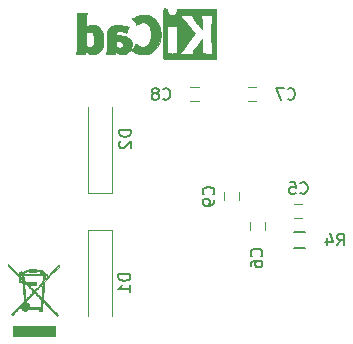
<source format=gbo>
G04 #@! TF.GenerationSoftware,KiCad,Pcbnew,(2017-05-12 revision b823d0b78)-makepkg*
G04 #@! TF.CreationDate,2017-05-13T13:58:34+02:00*
G04 #@! TF.ProjectId,avrIspMk2Clone,6176724973704D6B32436C6F6E652E6B,1.0*
G04 #@! TF.FileFunction,Legend,Bot*
G04 #@! TF.FilePolarity,Positive*
%FSLAX46Y46*%
G04 Gerber Fmt 4.6, Leading zero omitted, Abs format (unit mm)*
G04 Created by KiCad (PCBNEW (2017-05-12 revision b823d0b78)-makepkg) date 05/13/17 13:58:34*
%MOMM*%
%LPD*%
G01*
G04 APERTURE LIST*
%ADD10C,0.100000*%
%ADD11C,0.010000*%
%ADD12C,0.120000*%
%ADD13C,0.150000*%
G04 APERTURE END LIST*
D10*
D11*
G36*
X83088178Y-115158822D02*
X86608971Y-115158822D01*
X86608971Y-114291198D01*
X83088178Y-114291198D01*
X83088178Y-115158822D01*
X83088178Y-115158822D01*
G37*
X83088178Y-115158822D02*
X86608971Y-115158822D01*
X86608971Y-114291198D01*
X83088178Y-114291198D01*
X83088178Y-115158822D01*
G36*
X82711570Y-109205848D02*
X82712189Y-109292931D01*
X83163914Y-109751891D01*
X83615639Y-110210852D01*
X83615968Y-110421471D01*
X83616297Y-110632089D01*
X83891390Y-110632089D01*
X83898478Y-110685530D01*
X83901162Y-110709888D01*
X83905687Y-110755759D01*
X83911809Y-110820405D01*
X83919288Y-110901091D01*
X83927881Y-110995081D01*
X83937346Y-111099637D01*
X83947442Y-111212025D01*
X83957926Y-111329507D01*
X83968556Y-111449348D01*
X83979091Y-111568811D01*
X83989287Y-111685159D01*
X83998905Y-111795657D01*
X84007700Y-111897569D01*
X84015432Y-111988158D01*
X84021858Y-112064687D01*
X84026737Y-112124421D01*
X84029825Y-112164624D01*
X84030883Y-112182559D01*
X84030882Y-112182644D01*
X84023173Y-112197035D01*
X84000019Y-112226748D01*
X83961105Y-112272131D01*
X83906116Y-112333529D01*
X83834736Y-112411288D01*
X83746651Y-112505754D01*
X83641546Y-112617272D01*
X83519105Y-112746188D01*
X83484690Y-112782287D01*
X82938863Y-113354416D01*
X83027119Y-113442436D01*
X83098515Y-113364758D01*
X83124634Y-113336686D01*
X83165434Y-113293274D01*
X83218223Y-113237366D01*
X83280309Y-113171808D01*
X83349000Y-113099441D01*
X83421604Y-113023112D01*
X83465040Y-112977524D01*
X83546584Y-112892119D01*
X83612496Y-112823710D01*
X83664456Y-112771053D01*
X83704145Y-112732905D01*
X83733243Y-112708020D01*
X83753431Y-112695156D01*
X83766390Y-112693068D01*
X83773800Y-112700513D01*
X83777342Y-112716246D01*
X83778697Y-112739023D01*
X83778879Y-112745239D01*
X83788297Y-112788061D01*
X83811503Y-112839819D01*
X83843864Y-112892328D01*
X83880748Y-112937403D01*
X83895507Y-112951328D01*
X83971233Y-113000047D01*
X84059692Y-113027306D01*
X84137900Y-113033773D01*
X84226532Y-113021576D01*
X84308388Y-112985813D01*
X84380836Y-112927722D01*
X84394203Y-112913262D01*
X84443082Y-112857733D01*
X85288674Y-112857733D01*
X85288674Y-113033773D01*
X85515010Y-113033773D01*
X85515010Y-112951531D01*
X85517850Y-112895386D01*
X85527393Y-112856416D01*
X85538991Y-112835219D01*
X85547277Y-112820052D01*
X85554373Y-112798062D01*
X85560748Y-112765987D01*
X85566872Y-112720569D01*
X85573216Y-112658548D01*
X85580250Y-112576662D01*
X85585066Y-112515746D01*
X85607161Y-112230343D01*
X86149565Y-112779805D01*
X86247637Y-112879228D01*
X86341784Y-112974815D01*
X86430285Y-113064810D01*
X86511420Y-113147457D01*
X86583469Y-113221001D01*
X86644712Y-113283684D01*
X86693427Y-113333752D01*
X86727896Y-113369448D01*
X86746379Y-113388995D01*
X86776743Y-113419944D01*
X86802071Y-113441530D01*
X86815695Y-113448723D01*
X86833095Y-113440297D01*
X86858460Y-113419245D01*
X86867058Y-113410671D01*
X86903514Y-113372620D01*
X86702802Y-113168658D01*
X86651596Y-113116699D01*
X86585569Y-113049820D01*
X86507618Y-112970950D01*
X86420638Y-112883014D01*
X86327526Y-112788941D01*
X86231179Y-112691658D01*
X86134492Y-112594093D01*
X86065134Y-112524145D01*
X85959703Y-112417550D01*
X85871129Y-112327307D01*
X85798281Y-112252192D01*
X85740023Y-112190986D01*
X85695225Y-112142466D01*
X85673021Y-112117129D01*
X85494724Y-112117129D01*
X85472401Y-112402555D01*
X85465669Y-112486219D01*
X85459157Y-112562727D01*
X85453234Y-112628081D01*
X85448268Y-112678281D01*
X85444629Y-112709329D01*
X85443458Y-112716273D01*
X85436838Y-112744565D01*
X84487364Y-112744565D01*
X84481026Y-112665606D01*
X84461890Y-112572315D01*
X84421846Y-112489791D01*
X84363418Y-112421038D01*
X84289129Y-112369063D01*
X84205748Y-112337863D01*
X84178698Y-112323228D01*
X84165156Y-112291819D01*
X84164872Y-112290434D01*
X84163247Y-112277174D01*
X84165256Y-112263595D01*
X84172858Y-112247181D01*
X84188016Y-112225411D01*
X84212688Y-112195767D01*
X84248836Y-112155732D01*
X84298420Y-112102785D01*
X84363401Y-112034409D01*
X84367599Y-112030005D01*
X84437493Y-111956611D01*
X84511800Y-111878437D01*
X84585414Y-111800864D01*
X84653229Y-111729275D01*
X84710140Y-111669051D01*
X84722832Y-111655587D01*
X84771487Y-111604820D01*
X84814709Y-111561375D01*
X84849395Y-111528241D01*
X84872444Y-111508405D01*
X84880182Y-111504046D01*
X84891722Y-111513170D01*
X84918710Y-111538200D01*
X84959021Y-111577052D01*
X85010529Y-111627643D01*
X85071109Y-111687888D01*
X85138636Y-111755704D01*
X85193826Y-111811565D01*
X85494724Y-112117129D01*
X85673021Y-112117129D01*
X85662751Y-112105411D01*
X85641471Y-112078599D01*
X85630251Y-112060808D01*
X85627754Y-112052570D01*
X85628700Y-112034590D01*
X85631573Y-111993892D01*
X85636187Y-111932819D01*
X85642358Y-111853713D01*
X85649898Y-111758914D01*
X85658621Y-111650767D01*
X85668343Y-111531612D01*
X85678876Y-111403791D01*
X85687365Y-111301635D01*
X85735396Y-110725674D01*
X85611805Y-110725674D01*
X85611273Y-110738104D01*
X85608769Y-110773110D01*
X85604496Y-110828215D01*
X85598653Y-110900943D01*
X85591443Y-110988814D01*
X85583066Y-111089351D01*
X85573723Y-111200077D01*
X85564758Y-111305205D01*
X85554602Y-111424483D01*
X85545142Y-111537080D01*
X85536596Y-111640305D01*
X85529179Y-111731473D01*
X85523108Y-111807895D01*
X85518601Y-111866883D01*
X85515873Y-111905749D01*
X85515116Y-111920844D01*
X85513935Y-111930238D01*
X85509256Y-111933966D01*
X85499276Y-111930471D01*
X85482190Y-111918199D01*
X85456196Y-111895594D01*
X85419490Y-111861100D01*
X85370267Y-111813162D01*
X85306726Y-111750224D01*
X85239305Y-111682968D01*
X84963601Y-111407477D01*
X84965533Y-111405406D01*
X84783290Y-111405406D01*
X84774984Y-111416780D01*
X84751733Y-111443563D01*
X84715865Y-111483292D01*
X84669713Y-111533507D01*
X84615606Y-111591746D01*
X84555874Y-111655547D01*
X84492848Y-111722449D01*
X84428858Y-111789990D01*
X84366236Y-111855710D01*
X84307310Y-111917146D01*
X84254412Y-111971837D01*
X84209872Y-112017322D01*
X84176020Y-112051138D01*
X84155188Y-112070826D01*
X84149506Y-112074837D01*
X84147634Y-112061891D01*
X84143746Y-112026134D01*
X84138057Y-111969804D01*
X84130781Y-111895140D01*
X84122131Y-111804380D01*
X84112322Y-111699762D01*
X84101566Y-111583526D01*
X84090079Y-111457908D01*
X84080907Y-111356618D01*
X84069174Y-111225279D01*
X84058335Y-111101552D01*
X84048570Y-110987681D01*
X84040063Y-110885911D01*
X84032995Y-110798487D01*
X84027549Y-110727653D01*
X84023908Y-110675653D01*
X84022253Y-110644732D01*
X84022442Y-110636703D01*
X84032334Y-110643854D01*
X84057524Y-110666841D01*
X84095810Y-110703439D01*
X84144989Y-110751422D01*
X84202861Y-110808566D01*
X84267222Y-110872647D01*
X84335871Y-110941438D01*
X84406605Y-111012716D01*
X84477222Y-111084255D01*
X84545520Y-111153830D01*
X84609296Y-111219217D01*
X84666350Y-111278191D01*
X84714478Y-111328527D01*
X84751478Y-111367999D01*
X84775148Y-111394383D01*
X84783290Y-111405406D01*
X84965533Y-111405406D01*
X85066409Y-111297295D01*
X85118768Y-111241377D01*
X85177535Y-111178948D01*
X85240385Y-111112443D01*
X85304995Y-111044298D01*
X85369042Y-110976948D01*
X85430203Y-110912828D01*
X85486153Y-110854372D01*
X85534570Y-110804018D01*
X85573130Y-110764198D01*
X85599509Y-110737350D01*
X85611384Y-110725908D01*
X85611805Y-110725674D01*
X85735396Y-110725674D01*
X85747401Y-110581726D01*
X86347938Y-109950158D01*
X86948475Y-109318589D01*
X86948034Y-109230315D01*
X86947592Y-109142040D01*
X86850583Y-109245666D01*
X86796291Y-109303463D01*
X86732192Y-109371368D01*
X86660016Y-109447572D01*
X86581492Y-109530269D01*
X86498349Y-109617653D01*
X86412319Y-109707915D01*
X86325130Y-109799250D01*
X86238513Y-109889849D01*
X86154197Y-109977907D01*
X86073912Y-110061615D01*
X85999387Y-110139167D01*
X85932354Y-110208757D01*
X85874541Y-110268576D01*
X85827679Y-110316818D01*
X85793496Y-110351676D01*
X85773724Y-110371343D01*
X85769390Y-110375116D01*
X85769092Y-110361992D01*
X85770731Y-110328389D01*
X85774023Y-110278880D01*
X85778682Y-110218037D01*
X85780682Y-110193732D01*
X85795577Y-110015951D01*
X85678955Y-110015951D01*
X85672934Y-110044243D01*
X85669863Y-110066618D01*
X85665548Y-110108717D01*
X85660488Y-110165178D01*
X85655181Y-110230635D01*
X85653344Y-110254862D01*
X85647927Y-110324421D01*
X85642459Y-110389018D01*
X85637488Y-110442548D01*
X85633561Y-110478910D01*
X85632675Y-110485509D01*
X85629334Y-110499056D01*
X85622101Y-110514914D01*
X85609440Y-110534861D01*
X85589811Y-110560673D01*
X85561678Y-110594129D01*
X85523502Y-110637007D01*
X85473746Y-110691083D01*
X85410871Y-110758136D01*
X85333341Y-110839943D01*
X85254251Y-110922950D01*
X85175564Y-111005094D01*
X85102112Y-111081169D01*
X85035724Y-111149325D01*
X84978227Y-111207712D01*
X84931451Y-111254481D01*
X84897224Y-111287782D01*
X84877373Y-111305767D01*
X84873140Y-111308442D01*
X84862003Y-111298741D01*
X84835971Y-111273441D01*
X84797570Y-111235082D01*
X84749328Y-111186200D01*
X84693770Y-111129334D01*
X84653592Y-111087906D01*
X84443831Y-110871000D01*
X85062337Y-110871000D01*
X85062337Y-110632089D01*
X84307881Y-110632089D01*
X84307881Y-110738542D01*
X84169565Y-110600654D01*
X84071447Y-110502840D01*
X83880357Y-110502840D01*
X83878529Y-110518270D01*
X83869277Y-110526867D01*
X83846950Y-110530613D01*
X83805895Y-110531489D01*
X83798624Y-110531495D01*
X83716891Y-110531495D01*
X83716891Y-110312172D01*
X83798624Y-110393179D01*
X83844730Y-110442428D01*
X83872306Y-110480159D01*
X83880357Y-110502840D01*
X84071447Y-110502840D01*
X84031248Y-110462766D01*
X84031248Y-110339952D01*
X84030863Y-110283450D01*
X84029100Y-110247505D01*
X84025050Y-110227530D01*
X84017801Y-110218937D01*
X84006870Y-110217139D01*
X83994712Y-110214498D01*
X83985727Y-110203912D01*
X83978826Y-110181381D01*
X83972924Y-110142909D01*
X83966935Y-110084498D01*
X83965013Y-110063104D01*
X83960852Y-110015951D01*
X85678955Y-110015951D01*
X85795577Y-110015951D01*
X85955109Y-110015951D01*
X85955109Y-109902782D01*
X85887314Y-109902782D01*
X85847662Y-109901696D01*
X85826116Y-109896454D01*
X85823480Y-109893334D01*
X85684616Y-109893334D01*
X85677308Y-109900462D01*
X85651993Y-109902662D01*
X85634908Y-109902782D01*
X85577881Y-109902782D01*
X85365221Y-109902782D01*
X83950698Y-109902782D01*
X83998542Y-109853786D01*
X84072850Y-109793324D01*
X84164816Y-109746691D01*
X84275998Y-109713249D01*
X84386471Y-109694753D01*
X84458773Y-109686122D01*
X84458773Y-109777040D01*
X85037188Y-109777040D01*
X85037188Y-109673893D01*
X85122065Y-109682496D01*
X85181368Y-109689756D01*
X85244551Y-109699379D01*
X85282386Y-109706252D01*
X85357832Y-109721407D01*
X85361526Y-109812095D01*
X85365221Y-109902782D01*
X85577881Y-109902782D01*
X85577881Y-109852485D01*
X85579544Y-109820976D01*
X85583697Y-109803463D01*
X85585371Y-109802188D01*
X85603987Y-109810254D01*
X85631183Y-109829820D01*
X85658448Y-109853944D01*
X85677267Y-109875682D01*
X85678943Y-109878508D01*
X85684616Y-109893334D01*
X85823480Y-109893334D01*
X85815662Y-109884081D01*
X85811442Y-109870604D01*
X85794219Y-109835627D01*
X85761138Y-109793579D01*
X85717893Y-109750356D01*
X85670174Y-109711854D01*
X85638830Y-109691801D01*
X85603123Y-109669851D01*
X85584819Y-109651411D01*
X85578388Y-109629668D01*
X85577894Y-109616718D01*
X85577894Y-109613575D01*
X84936594Y-109613575D01*
X84936594Y-109676446D01*
X84559367Y-109676446D01*
X84559367Y-109613575D01*
X84936594Y-109613575D01*
X85577894Y-109613575D01*
X85577881Y-109575852D01*
X85472048Y-109575852D01*
X85423355Y-109577029D01*
X85385405Y-109580165D01*
X85364308Y-109584671D01*
X85362023Y-109586495D01*
X85348641Y-109589295D01*
X85316074Y-109588148D01*
X85269916Y-109583393D01*
X85238376Y-109579003D01*
X85181188Y-109570378D01*
X85128886Y-109562591D01*
X85089582Y-109556847D01*
X85078055Y-109555215D01*
X85047937Y-109545888D01*
X85037188Y-109531272D01*
X85033920Y-109525320D01*
X85022230Y-109520778D01*
X84999288Y-109517470D01*
X84962265Y-109515215D01*
X84908332Y-109513834D01*
X84834660Y-109513150D01*
X84747980Y-109512980D01*
X84655471Y-109513077D01*
X84585094Y-109513530D01*
X84533836Y-109514590D01*
X84498680Y-109516503D01*
X84476611Y-109519519D01*
X84464615Y-109523885D01*
X84459676Y-109529849D01*
X84458773Y-109536784D01*
X84451079Y-109558795D01*
X84425879Y-109571321D01*
X84379991Y-109575788D01*
X84371736Y-109575852D01*
X84294027Y-109583868D01*
X84205767Y-109605936D01*
X84114915Y-109639084D01*
X84029430Y-109680339D01*
X83957274Y-109726731D01*
X83947928Y-109734082D01*
X83917467Y-109757998D01*
X83899428Y-109767576D01*
X83886831Y-109764480D01*
X83873900Y-109751704D01*
X83835707Y-109726678D01*
X83786002Y-109717071D01*
X83732476Y-109722067D01*
X83682822Y-109740851D01*
X83644733Y-109772606D01*
X83641975Y-109776297D01*
X83613474Y-109835575D01*
X83608172Y-109896934D01*
X83625482Y-109955427D01*
X83664820Y-110006104D01*
X83669630Y-110010289D01*
X83697560Y-110030167D01*
X83725898Y-110038921D01*
X83765737Y-110039553D01*
X83775689Y-110038992D01*
X83814668Y-110037562D01*
X83834746Y-110040839D01*
X83842015Y-110050728D01*
X83842760Y-110059961D01*
X83844284Y-110086744D01*
X83848065Y-110127025D01*
X83850782Y-110151124D01*
X83854723Y-110189401D01*
X83853084Y-110208996D01*
X83843579Y-110216158D01*
X83826649Y-110217139D01*
X83816608Y-110213901D01*
X83800410Y-110203420D01*
X83776855Y-110184548D01*
X83744743Y-110156135D01*
X83702872Y-110117035D01*
X83650043Y-110066097D01*
X83585055Y-110002173D01*
X83506709Y-109924114D01*
X83413803Y-109830772D01*
X83305137Y-109720998D01*
X83252769Y-109667952D01*
X82710951Y-109118767D01*
X82711570Y-109205848D01*
X82711570Y-109205848D01*
G37*
X82711570Y-109205848D02*
X82712189Y-109292931D01*
X83163914Y-109751891D01*
X83615639Y-110210852D01*
X83615968Y-110421471D01*
X83616297Y-110632089D01*
X83891390Y-110632089D01*
X83898478Y-110685530D01*
X83901162Y-110709888D01*
X83905687Y-110755759D01*
X83911809Y-110820405D01*
X83919288Y-110901091D01*
X83927881Y-110995081D01*
X83937346Y-111099637D01*
X83947442Y-111212025D01*
X83957926Y-111329507D01*
X83968556Y-111449348D01*
X83979091Y-111568811D01*
X83989287Y-111685159D01*
X83998905Y-111795657D01*
X84007700Y-111897569D01*
X84015432Y-111988158D01*
X84021858Y-112064687D01*
X84026737Y-112124421D01*
X84029825Y-112164624D01*
X84030883Y-112182559D01*
X84030882Y-112182644D01*
X84023173Y-112197035D01*
X84000019Y-112226748D01*
X83961105Y-112272131D01*
X83906116Y-112333529D01*
X83834736Y-112411288D01*
X83746651Y-112505754D01*
X83641546Y-112617272D01*
X83519105Y-112746188D01*
X83484690Y-112782287D01*
X82938863Y-113354416D01*
X83027119Y-113442436D01*
X83098515Y-113364758D01*
X83124634Y-113336686D01*
X83165434Y-113293274D01*
X83218223Y-113237366D01*
X83280309Y-113171808D01*
X83349000Y-113099441D01*
X83421604Y-113023112D01*
X83465040Y-112977524D01*
X83546584Y-112892119D01*
X83612496Y-112823710D01*
X83664456Y-112771053D01*
X83704145Y-112732905D01*
X83733243Y-112708020D01*
X83753431Y-112695156D01*
X83766390Y-112693068D01*
X83773800Y-112700513D01*
X83777342Y-112716246D01*
X83778697Y-112739023D01*
X83778879Y-112745239D01*
X83788297Y-112788061D01*
X83811503Y-112839819D01*
X83843864Y-112892328D01*
X83880748Y-112937403D01*
X83895507Y-112951328D01*
X83971233Y-113000047D01*
X84059692Y-113027306D01*
X84137900Y-113033773D01*
X84226532Y-113021576D01*
X84308388Y-112985813D01*
X84380836Y-112927722D01*
X84394203Y-112913262D01*
X84443082Y-112857733D01*
X85288674Y-112857733D01*
X85288674Y-113033773D01*
X85515010Y-113033773D01*
X85515010Y-112951531D01*
X85517850Y-112895386D01*
X85527393Y-112856416D01*
X85538991Y-112835219D01*
X85547277Y-112820052D01*
X85554373Y-112798062D01*
X85560748Y-112765987D01*
X85566872Y-112720569D01*
X85573216Y-112658548D01*
X85580250Y-112576662D01*
X85585066Y-112515746D01*
X85607161Y-112230343D01*
X86149565Y-112779805D01*
X86247637Y-112879228D01*
X86341784Y-112974815D01*
X86430285Y-113064810D01*
X86511420Y-113147457D01*
X86583469Y-113221001D01*
X86644712Y-113283684D01*
X86693427Y-113333752D01*
X86727896Y-113369448D01*
X86746379Y-113388995D01*
X86776743Y-113419944D01*
X86802071Y-113441530D01*
X86815695Y-113448723D01*
X86833095Y-113440297D01*
X86858460Y-113419245D01*
X86867058Y-113410671D01*
X86903514Y-113372620D01*
X86702802Y-113168658D01*
X86651596Y-113116699D01*
X86585569Y-113049820D01*
X86507618Y-112970950D01*
X86420638Y-112883014D01*
X86327526Y-112788941D01*
X86231179Y-112691658D01*
X86134492Y-112594093D01*
X86065134Y-112524145D01*
X85959703Y-112417550D01*
X85871129Y-112327307D01*
X85798281Y-112252192D01*
X85740023Y-112190986D01*
X85695225Y-112142466D01*
X85673021Y-112117129D01*
X85494724Y-112117129D01*
X85472401Y-112402555D01*
X85465669Y-112486219D01*
X85459157Y-112562727D01*
X85453234Y-112628081D01*
X85448268Y-112678281D01*
X85444629Y-112709329D01*
X85443458Y-112716273D01*
X85436838Y-112744565D01*
X84487364Y-112744565D01*
X84481026Y-112665606D01*
X84461890Y-112572315D01*
X84421846Y-112489791D01*
X84363418Y-112421038D01*
X84289129Y-112369063D01*
X84205748Y-112337863D01*
X84178698Y-112323228D01*
X84165156Y-112291819D01*
X84164872Y-112290434D01*
X84163247Y-112277174D01*
X84165256Y-112263595D01*
X84172858Y-112247181D01*
X84188016Y-112225411D01*
X84212688Y-112195767D01*
X84248836Y-112155732D01*
X84298420Y-112102785D01*
X84363401Y-112034409D01*
X84367599Y-112030005D01*
X84437493Y-111956611D01*
X84511800Y-111878437D01*
X84585414Y-111800864D01*
X84653229Y-111729275D01*
X84710140Y-111669051D01*
X84722832Y-111655587D01*
X84771487Y-111604820D01*
X84814709Y-111561375D01*
X84849395Y-111528241D01*
X84872444Y-111508405D01*
X84880182Y-111504046D01*
X84891722Y-111513170D01*
X84918710Y-111538200D01*
X84959021Y-111577052D01*
X85010529Y-111627643D01*
X85071109Y-111687888D01*
X85138636Y-111755704D01*
X85193826Y-111811565D01*
X85494724Y-112117129D01*
X85673021Y-112117129D01*
X85662751Y-112105411D01*
X85641471Y-112078599D01*
X85630251Y-112060808D01*
X85627754Y-112052570D01*
X85628700Y-112034590D01*
X85631573Y-111993892D01*
X85636187Y-111932819D01*
X85642358Y-111853713D01*
X85649898Y-111758914D01*
X85658621Y-111650767D01*
X85668343Y-111531612D01*
X85678876Y-111403791D01*
X85687365Y-111301635D01*
X85735396Y-110725674D01*
X85611805Y-110725674D01*
X85611273Y-110738104D01*
X85608769Y-110773110D01*
X85604496Y-110828215D01*
X85598653Y-110900943D01*
X85591443Y-110988814D01*
X85583066Y-111089351D01*
X85573723Y-111200077D01*
X85564758Y-111305205D01*
X85554602Y-111424483D01*
X85545142Y-111537080D01*
X85536596Y-111640305D01*
X85529179Y-111731473D01*
X85523108Y-111807895D01*
X85518601Y-111866883D01*
X85515873Y-111905749D01*
X85515116Y-111920844D01*
X85513935Y-111930238D01*
X85509256Y-111933966D01*
X85499276Y-111930471D01*
X85482190Y-111918199D01*
X85456196Y-111895594D01*
X85419490Y-111861100D01*
X85370267Y-111813162D01*
X85306726Y-111750224D01*
X85239305Y-111682968D01*
X84963601Y-111407477D01*
X84965533Y-111405406D01*
X84783290Y-111405406D01*
X84774984Y-111416780D01*
X84751733Y-111443563D01*
X84715865Y-111483292D01*
X84669713Y-111533507D01*
X84615606Y-111591746D01*
X84555874Y-111655547D01*
X84492848Y-111722449D01*
X84428858Y-111789990D01*
X84366236Y-111855710D01*
X84307310Y-111917146D01*
X84254412Y-111971837D01*
X84209872Y-112017322D01*
X84176020Y-112051138D01*
X84155188Y-112070826D01*
X84149506Y-112074837D01*
X84147634Y-112061891D01*
X84143746Y-112026134D01*
X84138057Y-111969804D01*
X84130781Y-111895140D01*
X84122131Y-111804380D01*
X84112322Y-111699762D01*
X84101566Y-111583526D01*
X84090079Y-111457908D01*
X84080907Y-111356618D01*
X84069174Y-111225279D01*
X84058335Y-111101552D01*
X84048570Y-110987681D01*
X84040063Y-110885911D01*
X84032995Y-110798487D01*
X84027549Y-110727653D01*
X84023908Y-110675653D01*
X84022253Y-110644732D01*
X84022442Y-110636703D01*
X84032334Y-110643854D01*
X84057524Y-110666841D01*
X84095810Y-110703439D01*
X84144989Y-110751422D01*
X84202861Y-110808566D01*
X84267222Y-110872647D01*
X84335871Y-110941438D01*
X84406605Y-111012716D01*
X84477222Y-111084255D01*
X84545520Y-111153830D01*
X84609296Y-111219217D01*
X84666350Y-111278191D01*
X84714478Y-111328527D01*
X84751478Y-111367999D01*
X84775148Y-111394383D01*
X84783290Y-111405406D01*
X84965533Y-111405406D01*
X85066409Y-111297295D01*
X85118768Y-111241377D01*
X85177535Y-111178948D01*
X85240385Y-111112443D01*
X85304995Y-111044298D01*
X85369042Y-110976948D01*
X85430203Y-110912828D01*
X85486153Y-110854372D01*
X85534570Y-110804018D01*
X85573130Y-110764198D01*
X85599509Y-110737350D01*
X85611384Y-110725908D01*
X85611805Y-110725674D01*
X85735396Y-110725674D01*
X85747401Y-110581726D01*
X86347938Y-109950158D01*
X86948475Y-109318589D01*
X86948034Y-109230315D01*
X86947592Y-109142040D01*
X86850583Y-109245666D01*
X86796291Y-109303463D01*
X86732192Y-109371368D01*
X86660016Y-109447572D01*
X86581492Y-109530269D01*
X86498349Y-109617653D01*
X86412319Y-109707915D01*
X86325130Y-109799250D01*
X86238513Y-109889849D01*
X86154197Y-109977907D01*
X86073912Y-110061615D01*
X85999387Y-110139167D01*
X85932354Y-110208757D01*
X85874541Y-110268576D01*
X85827679Y-110316818D01*
X85793496Y-110351676D01*
X85773724Y-110371343D01*
X85769390Y-110375116D01*
X85769092Y-110361992D01*
X85770731Y-110328389D01*
X85774023Y-110278880D01*
X85778682Y-110218037D01*
X85780682Y-110193732D01*
X85795577Y-110015951D01*
X85678955Y-110015951D01*
X85672934Y-110044243D01*
X85669863Y-110066618D01*
X85665548Y-110108717D01*
X85660488Y-110165178D01*
X85655181Y-110230635D01*
X85653344Y-110254862D01*
X85647927Y-110324421D01*
X85642459Y-110389018D01*
X85637488Y-110442548D01*
X85633561Y-110478910D01*
X85632675Y-110485509D01*
X85629334Y-110499056D01*
X85622101Y-110514914D01*
X85609440Y-110534861D01*
X85589811Y-110560673D01*
X85561678Y-110594129D01*
X85523502Y-110637007D01*
X85473746Y-110691083D01*
X85410871Y-110758136D01*
X85333341Y-110839943D01*
X85254251Y-110922950D01*
X85175564Y-111005094D01*
X85102112Y-111081169D01*
X85035724Y-111149325D01*
X84978227Y-111207712D01*
X84931451Y-111254481D01*
X84897224Y-111287782D01*
X84877373Y-111305767D01*
X84873140Y-111308442D01*
X84862003Y-111298741D01*
X84835971Y-111273441D01*
X84797570Y-111235082D01*
X84749328Y-111186200D01*
X84693770Y-111129334D01*
X84653592Y-111087906D01*
X84443831Y-110871000D01*
X85062337Y-110871000D01*
X85062337Y-110632089D01*
X84307881Y-110632089D01*
X84307881Y-110738542D01*
X84169565Y-110600654D01*
X84071447Y-110502840D01*
X83880357Y-110502840D01*
X83878529Y-110518270D01*
X83869277Y-110526867D01*
X83846950Y-110530613D01*
X83805895Y-110531489D01*
X83798624Y-110531495D01*
X83716891Y-110531495D01*
X83716891Y-110312172D01*
X83798624Y-110393179D01*
X83844730Y-110442428D01*
X83872306Y-110480159D01*
X83880357Y-110502840D01*
X84071447Y-110502840D01*
X84031248Y-110462766D01*
X84031248Y-110339952D01*
X84030863Y-110283450D01*
X84029100Y-110247505D01*
X84025050Y-110227530D01*
X84017801Y-110218937D01*
X84006870Y-110217139D01*
X83994712Y-110214498D01*
X83985727Y-110203912D01*
X83978826Y-110181381D01*
X83972924Y-110142909D01*
X83966935Y-110084498D01*
X83965013Y-110063104D01*
X83960852Y-110015951D01*
X85678955Y-110015951D01*
X85795577Y-110015951D01*
X85955109Y-110015951D01*
X85955109Y-109902782D01*
X85887314Y-109902782D01*
X85847662Y-109901696D01*
X85826116Y-109896454D01*
X85823480Y-109893334D01*
X85684616Y-109893334D01*
X85677308Y-109900462D01*
X85651993Y-109902662D01*
X85634908Y-109902782D01*
X85577881Y-109902782D01*
X85365221Y-109902782D01*
X83950698Y-109902782D01*
X83998542Y-109853786D01*
X84072850Y-109793324D01*
X84164816Y-109746691D01*
X84275998Y-109713249D01*
X84386471Y-109694753D01*
X84458773Y-109686122D01*
X84458773Y-109777040D01*
X85037188Y-109777040D01*
X85037188Y-109673893D01*
X85122065Y-109682496D01*
X85181368Y-109689756D01*
X85244551Y-109699379D01*
X85282386Y-109706252D01*
X85357832Y-109721407D01*
X85361526Y-109812095D01*
X85365221Y-109902782D01*
X85577881Y-109902782D01*
X85577881Y-109852485D01*
X85579544Y-109820976D01*
X85583697Y-109803463D01*
X85585371Y-109802188D01*
X85603987Y-109810254D01*
X85631183Y-109829820D01*
X85658448Y-109853944D01*
X85677267Y-109875682D01*
X85678943Y-109878508D01*
X85684616Y-109893334D01*
X85823480Y-109893334D01*
X85815662Y-109884081D01*
X85811442Y-109870604D01*
X85794219Y-109835627D01*
X85761138Y-109793579D01*
X85717893Y-109750356D01*
X85670174Y-109711854D01*
X85638830Y-109691801D01*
X85603123Y-109669851D01*
X85584819Y-109651411D01*
X85578388Y-109629668D01*
X85577894Y-109616718D01*
X85577894Y-109613575D01*
X84936594Y-109613575D01*
X84936594Y-109676446D01*
X84559367Y-109676446D01*
X84559367Y-109613575D01*
X84936594Y-109613575D01*
X85577894Y-109613575D01*
X85577881Y-109575852D01*
X85472048Y-109575852D01*
X85423355Y-109577029D01*
X85385405Y-109580165D01*
X85364308Y-109584671D01*
X85362023Y-109586495D01*
X85348641Y-109589295D01*
X85316074Y-109588148D01*
X85269916Y-109583393D01*
X85238376Y-109579003D01*
X85181188Y-109570378D01*
X85128886Y-109562591D01*
X85089582Y-109556847D01*
X85078055Y-109555215D01*
X85047937Y-109545888D01*
X85037188Y-109531272D01*
X85033920Y-109525320D01*
X85022230Y-109520778D01*
X84999288Y-109517470D01*
X84962265Y-109515215D01*
X84908332Y-109513834D01*
X84834660Y-109513150D01*
X84747980Y-109512980D01*
X84655471Y-109513077D01*
X84585094Y-109513530D01*
X84533836Y-109514590D01*
X84498680Y-109516503D01*
X84476611Y-109519519D01*
X84464615Y-109523885D01*
X84459676Y-109529849D01*
X84458773Y-109536784D01*
X84451079Y-109558795D01*
X84425879Y-109571321D01*
X84379991Y-109575788D01*
X84371736Y-109575852D01*
X84294027Y-109583868D01*
X84205767Y-109605936D01*
X84114915Y-109639084D01*
X84029430Y-109680339D01*
X83957274Y-109726731D01*
X83947928Y-109734082D01*
X83917467Y-109757998D01*
X83899428Y-109767576D01*
X83886831Y-109764480D01*
X83873900Y-109751704D01*
X83835707Y-109726678D01*
X83786002Y-109717071D01*
X83732476Y-109722067D01*
X83682822Y-109740851D01*
X83644733Y-109772606D01*
X83641975Y-109776297D01*
X83613474Y-109835575D01*
X83608172Y-109896934D01*
X83625482Y-109955427D01*
X83664820Y-110006104D01*
X83669630Y-110010289D01*
X83697560Y-110030167D01*
X83725898Y-110038921D01*
X83765737Y-110039553D01*
X83775689Y-110038992D01*
X83814668Y-110037562D01*
X83834746Y-110040839D01*
X83842015Y-110050728D01*
X83842760Y-110059961D01*
X83844284Y-110086744D01*
X83848065Y-110127025D01*
X83850782Y-110151124D01*
X83854723Y-110189401D01*
X83853084Y-110208996D01*
X83843579Y-110216158D01*
X83826649Y-110217139D01*
X83816608Y-110213901D01*
X83800410Y-110203420D01*
X83776855Y-110184548D01*
X83744743Y-110156135D01*
X83702872Y-110117035D01*
X83650043Y-110066097D01*
X83585055Y-110002173D01*
X83506709Y-109924114D01*
X83413803Y-109830772D01*
X83305137Y-109720998D01*
X83252769Y-109667952D01*
X82710951Y-109118767D01*
X82711570Y-109205848D01*
G36*
X95909637Y-87450699D02*
X95887845Y-87457976D01*
X95869414Y-87474420D01*
X95854065Y-87503197D01*
X95841519Y-87547474D01*
X95831495Y-87610418D01*
X95823717Y-87695194D01*
X95817904Y-87804971D01*
X95813777Y-87942914D01*
X95811057Y-88112191D01*
X95809465Y-88315968D01*
X95808723Y-88557411D01*
X95808550Y-88839687D01*
X95808668Y-89165964D01*
X95808797Y-89539407D01*
X95808800Y-89598500D01*
X95808878Y-89973884D01*
X95809151Y-90301711D01*
X95809682Y-90585221D01*
X95810531Y-90827658D01*
X95811760Y-91032261D01*
X95813431Y-91202274D01*
X95815605Y-91340939D01*
X95818343Y-91451496D01*
X95821708Y-91537188D01*
X95825759Y-91601257D01*
X95830559Y-91646944D01*
X95836169Y-91677492D01*
X95842651Y-91696141D01*
X95848715Y-91704885D01*
X95859791Y-91711992D01*
X95879999Y-91718213D01*
X95912510Y-91723606D01*
X95960497Y-91728229D01*
X96027133Y-91732140D01*
X96115590Y-91735396D01*
X96229040Y-91738056D01*
X96370656Y-91740175D01*
X96543610Y-91741813D01*
X96751076Y-91743028D01*
X96996224Y-91743876D01*
X97282229Y-91744415D01*
X97612261Y-91744703D01*
X97989495Y-91744798D01*
X98044001Y-91744800D01*
X98427824Y-91744726D01*
X98764020Y-91744467D01*
X99055761Y-91743965D01*
X99306219Y-91743162D01*
X99518568Y-91742000D01*
X99695979Y-91740422D01*
X99841625Y-91738371D01*
X99958678Y-91735787D01*
X100050312Y-91732615D01*
X100119697Y-91728795D01*
X100170008Y-91724271D01*
X100204416Y-91718985D01*
X100226093Y-91712879D01*
X100238213Y-91705895D01*
X100239286Y-91704885D01*
X100246535Y-91693627D01*
X100252862Y-91673152D01*
X100258328Y-91640219D01*
X100262994Y-91591586D01*
X100266922Y-91524011D01*
X100270174Y-91434252D01*
X100272810Y-91319068D01*
X100274893Y-91175217D01*
X100276483Y-90999456D01*
X100277642Y-90788544D01*
X100278432Y-90539239D01*
X100278914Y-90248300D01*
X100279149Y-89912484D01*
X100279200Y-89598500D01*
X100279123Y-89223115D01*
X100278850Y-88895288D01*
X100278319Y-88611778D01*
X100277470Y-88369341D01*
X100276241Y-88164738D01*
X100275052Y-88043729D01*
X99999801Y-88043729D01*
X99989363Y-88068638D01*
X99963056Y-88122844D01*
X99949001Y-88150699D01*
X99938068Y-88173774D01*
X99928826Y-88199420D01*
X99921133Y-88231859D01*
X99914848Y-88275308D01*
X99909828Y-88333988D01*
X99905932Y-88412117D01*
X99903017Y-88513917D01*
X99900943Y-88643605D01*
X99899566Y-88805401D01*
X99898746Y-89003525D01*
X99898341Y-89242197D01*
X99898209Y-89525635D01*
X99898201Y-89662290D01*
X99898561Y-89925726D01*
X99899598Y-90174037D01*
X99901244Y-90402556D01*
X99903432Y-90606618D01*
X99906097Y-90781558D01*
X99909170Y-90922711D01*
X99912585Y-91025410D01*
X99916276Y-91084991D01*
X99918776Y-91098370D01*
X99943200Y-91138136D01*
X99969032Y-91192350D01*
X99998711Y-91262200D01*
X99472206Y-91261811D01*
X99317033Y-91260849D01*
X99182650Y-91258381D01*
X99076001Y-91254674D01*
X99004030Y-91249992D01*
X98973681Y-91244600D01*
X98973906Y-91242761D01*
X99003855Y-91208826D01*
X99039668Y-91150626D01*
X99043756Y-91142811D01*
X99058682Y-91105521D01*
X99069693Y-91055267D01*
X99077331Y-90984556D01*
X99082134Y-90885898D01*
X99084644Y-90751800D01*
X99085399Y-90574772D01*
X99085400Y-90564961D01*
X99084167Y-90387347D01*
X99080604Y-90244876D01*
X99074922Y-90141727D01*
X99067328Y-90082078D01*
X99060586Y-90068400D01*
X99031086Y-90087770D01*
X98993359Y-90134744D01*
X98991085Y-90138250D01*
X98950507Y-90195268D01*
X98916301Y-90233500D01*
X98885853Y-90270632D01*
X98845917Y-90332966D01*
X98832329Y-90356833D01*
X98790180Y-90423930D01*
X98727473Y-90512720D01*
X98656408Y-90606064D01*
X98642458Y-90623533D01*
X98534339Y-90766344D01*
X98443862Y-90902967D01*
X98375611Y-91025349D01*
X98334169Y-91125440D01*
X98323400Y-91183923D01*
X98323400Y-91262200D01*
X97196945Y-91262200D01*
X97209071Y-91248488D01*
X97053400Y-91248488D01*
X97029301Y-91252757D01*
X96962204Y-91256485D01*
X96859911Y-91259448D01*
X96730222Y-91261426D01*
X96580939Y-91262196D01*
X96570800Y-91262200D01*
X96394033Y-91261408D01*
X96262899Y-91258806D01*
X96172253Y-91254056D01*
X96116950Y-91246818D01*
X96091844Y-91236752D01*
X96089008Y-91230450D01*
X96103962Y-91186554D01*
X96127108Y-91149395D01*
X96136302Y-91130692D01*
X96143898Y-91098195D01*
X96150041Y-91047498D01*
X96154873Y-90974196D01*
X96158536Y-90873883D01*
X96161174Y-90742154D01*
X96162930Y-90574604D01*
X96163947Y-90366827D01*
X96164367Y-90114418D01*
X96164400Y-90000045D01*
X96164400Y-88900000D01*
X97029305Y-88900000D01*
X96990553Y-88974938D01*
X96980522Y-89000815D01*
X96972333Y-89039092D01*
X96965808Y-89094607D01*
X96960774Y-89172197D01*
X96957053Y-89276700D01*
X96954471Y-89412954D01*
X96952852Y-89585797D01*
X96952021Y-89800067D01*
X96951800Y-90042750D01*
X96951914Y-90294440D01*
X96952415Y-90500511D01*
X96953545Y-90666147D01*
X96955545Y-90796527D01*
X96958655Y-90896835D01*
X96963117Y-90972251D01*
X96969171Y-91027957D01*
X96977059Y-91069135D01*
X96987021Y-91100967D01*
X96999299Y-91128635D01*
X97002600Y-91135200D01*
X97033510Y-91198636D01*
X97051520Y-91241110D01*
X97053400Y-91248488D01*
X97209071Y-91248488D01*
X97258523Y-91192570D01*
X97302445Y-91143266D01*
X97330627Y-91112290D01*
X97332800Y-91110020D01*
X97390555Y-91046905D01*
X97462037Y-90962689D01*
X97537103Y-90870065D01*
X97605609Y-90781725D01*
X97657412Y-90710361D01*
X97677624Y-90678547D01*
X97717845Y-90614584D01*
X97781338Y-90523299D01*
X97859196Y-90416680D01*
X97942513Y-90306715D01*
X98022383Y-90205390D01*
X98084727Y-90130607D01*
X98145171Y-90053548D01*
X98201841Y-89969943D01*
X98206022Y-89963050D01*
X98333363Y-89764936D01*
X98429006Y-89634356D01*
X98498964Y-89543212D01*
X98417532Y-89455760D01*
X98347340Y-89376661D01*
X98257285Y-89269892D01*
X98157943Y-89148451D01*
X98059893Y-89025339D01*
X97973711Y-88913555D01*
X97944849Y-88874815D01*
X97640059Y-88494892D01*
X97400721Y-88237787D01*
X97201941Y-88036400D01*
X97747253Y-88036400D01*
X97932450Y-88036523D01*
X98073002Y-88037861D01*
X98175063Y-88041867D01*
X98244788Y-88049993D01*
X98288331Y-88063691D01*
X98311847Y-88084416D01*
X98321489Y-88113618D01*
X98323414Y-88152751D01*
X98323400Y-88172390D01*
X98338988Y-88225842D01*
X98378059Y-88293121D01*
X98395701Y-88316362D01*
X98454348Y-88393668D01*
X98517110Y-88484586D01*
X98539198Y-88519000D01*
X98582448Y-88585764D01*
X98616088Y-88632931D01*
X98627761Y-88646000D01*
X98657555Y-88675339D01*
X98706755Y-88731018D01*
X98766478Y-88802108D01*
X98827838Y-88877681D01*
X98881953Y-88946808D01*
X98919937Y-88998561D01*
X98933000Y-89021483D01*
X98949818Y-89050974D01*
X98991854Y-89098717D01*
X99009201Y-89115900D01*
X99085401Y-89188904D01*
X99085400Y-88769088D01*
X99083807Y-88586302D01*
X99078105Y-88443476D01*
X99066907Y-88329840D01*
X99048828Y-88234629D01*
X99022482Y-88147075D01*
X98996836Y-88080850D01*
X98993606Y-88065771D01*
X99002351Y-88054538D01*
X99029295Y-88046591D01*
X99080662Y-88041367D01*
X99162676Y-88038303D01*
X99281561Y-88036838D01*
X99443540Y-88036410D01*
X99489083Y-88036400D01*
X99643917Y-88036746D01*
X99779878Y-88037712D01*
X99889383Y-88039190D01*
X99964849Y-88041071D01*
X99998692Y-88043245D01*
X99999801Y-88043729D01*
X100275052Y-88043729D01*
X100274570Y-87994725D01*
X100272396Y-87856060D01*
X100269658Y-87745503D01*
X100266293Y-87659811D01*
X100262242Y-87595742D01*
X100257442Y-87550055D01*
X100251832Y-87519507D01*
X100245350Y-87500858D01*
X100239286Y-87492114D01*
X100226822Y-87483934D01*
X100204563Y-87476938D01*
X100168809Y-87471034D01*
X100115859Y-87466133D01*
X100042012Y-87462144D01*
X99943569Y-87458978D01*
X99816827Y-87456544D01*
X99658087Y-87454752D01*
X99463647Y-87453511D01*
X99229807Y-87452733D01*
X98952865Y-87452326D01*
X98629122Y-87452200D01*
X97002600Y-87452200D01*
X97002600Y-87548418D01*
X96982521Y-87664335D01*
X96929475Y-87783000D01*
X96854246Y-87883991D01*
X96801994Y-87928244D01*
X96688454Y-87975370D01*
X96557500Y-87985636D01*
X96423372Y-87961918D01*
X96300310Y-87907089D01*
X96202552Y-87824023D01*
X96187200Y-87804147D01*
X96140194Y-87703428D01*
X96118561Y-87587877D01*
X96107310Y-87452199D01*
X95997970Y-87452200D01*
X95964420Y-87450977D01*
X95935069Y-87449421D01*
X95909637Y-87450699D01*
X95909637Y-87450699D01*
G37*
X95909637Y-87450699D02*
X95887845Y-87457976D01*
X95869414Y-87474420D01*
X95854065Y-87503197D01*
X95841519Y-87547474D01*
X95831495Y-87610418D01*
X95823717Y-87695194D01*
X95817904Y-87804971D01*
X95813777Y-87942914D01*
X95811057Y-88112191D01*
X95809465Y-88315968D01*
X95808723Y-88557411D01*
X95808550Y-88839687D01*
X95808668Y-89165964D01*
X95808797Y-89539407D01*
X95808800Y-89598500D01*
X95808878Y-89973884D01*
X95809151Y-90301711D01*
X95809682Y-90585221D01*
X95810531Y-90827658D01*
X95811760Y-91032261D01*
X95813431Y-91202274D01*
X95815605Y-91340939D01*
X95818343Y-91451496D01*
X95821708Y-91537188D01*
X95825759Y-91601257D01*
X95830559Y-91646944D01*
X95836169Y-91677492D01*
X95842651Y-91696141D01*
X95848715Y-91704885D01*
X95859791Y-91711992D01*
X95879999Y-91718213D01*
X95912510Y-91723606D01*
X95960497Y-91728229D01*
X96027133Y-91732140D01*
X96115590Y-91735396D01*
X96229040Y-91738056D01*
X96370656Y-91740175D01*
X96543610Y-91741813D01*
X96751076Y-91743028D01*
X96996224Y-91743876D01*
X97282229Y-91744415D01*
X97612261Y-91744703D01*
X97989495Y-91744798D01*
X98044001Y-91744800D01*
X98427824Y-91744726D01*
X98764020Y-91744467D01*
X99055761Y-91743965D01*
X99306219Y-91743162D01*
X99518568Y-91742000D01*
X99695979Y-91740422D01*
X99841625Y-91738371D01*
X99958678Y-91735787D01*
X100050312Y-91732615D01*
X100119697Y-91728795D01*
X100170008Y-91724271D01*
X100204416Y-91718985D01*
X100226093Y-91712879D01*
X100238213Y-91705895D01*
X100239286Y-91704885D01*
X100246535Y-91693627D01*
X100252862Y-91673152D01*
X100258328Y-91640219D01*
X100262994Y-91591586D01*
X100266922Y-91524011D01*
X100270174Y-91434252D01*
X100272810Y-91319068D01*
X100274893Y-91175217D01*
X100276483Y-90999456D01*
X100277642Y-90788544D01*
X100278432Y-90539239D01*
X100278914Y-90248300D01*
X100279149Y-89912484D01*
X100279200Y-89598500D01*
X100279123Y-89223115D01*
X100278850Y-88895288D01*
X100278319Y-88611778D01*
X100277470Y-88369341D01*
X100276241Y-88164738D01*
X100275052Y-88043729D01*
X99999801Y-88043729D01*
X99989363Y-88068638D01*
X99963056Y-88122844D01*
X99949001Y-88150699D01*
X99938068Y-88173774D01*
X99928826Y-88199420D01*
X99921133Y-88231859D01*
X99914848Y-88275308D01*
X99909828Y-88333988D01*
X99905932Y-88412117D01*
X99903017Y-88513917D01*
X99900943Y-88643605D01*
X99899566Y-88805401D01*
X99898746Y-89003525D01*
X99898341Y-89242197D01*
X99898209Y-89525635D01*
X99898201Y-89662290D01*
X99898561Y-89925726D01*
X99899598Y-90174037D01*
X99901244Y-90402556D01*
X99903432Y-90606618D01*
X99906097Y-90781558D01*
X99909170Y-90922711D01*
X99912585Y-91025410D01*
X99916276Y-91084991D01*
X99918776Y-91098370D01*
X99943200Y-91138136D01*
X99969032Y-91192350D01*
X99998711Y-91262200D01*
X99472206Y-91261811D01*
X99317033Y-91260849D01*
X99182650Y-91258381D01*
X99076001Y-91254674D01*
X99004030Y-91249992D01*
X98973681Y-91244600D01*
X98973906Y-91242761D01*
X99003855Y-91208826D01*
X99039668Y-91150626D01*
X99043756Y-91142811D01*
X99058682Y-91105521D01*
X99069693Y-91055267D01*
X99077331Y-90984556D01*
X99082134Y-90885898D01*
X99084644Y-90751800D01*
X99085399Y-90574772D01*
X99085400Y-90564961D01*
X99084167Y-90387347D01*
X99080604Y-90244876D01*
X99074922Y-90141727D01*
X99067328Y-90082078D01*
X99060586Y-90068400D01*
X99031086Y-90087770D01*
X98993359Y-90134744D01*
X98991085Y-90138250D01*
X98950507Y-90195268D01*
X98916301Y-90233500D01*
X98885853Y-90270632D01*
X98845917Y-90332966D01*
X98832329Y-90356833D01*
X98790180Y-90423930D01*
X98727473Y-90512720D01*
X98656408Y-90606064D01*
X98642458Y-90623533D01*
X98534339Y-90766344D01*
X98443862Y-90902967D01*
X98375611Y-91025349D01*
X98334169Y-91125440D01*
X98323400Y-91183923D01*
X98323400Y-91262200D01*
X97196945Y-91262200D01*
X97209071Y-91248488D01*
X97053400Y-91248488D01*
X97029301Y-91252757D01*
X96962204Y-91256485D01*
X96859911Y-91259448D01*
X96730222Y-91261426D01*
X96580939Y-91262196D01*
X96570800Y-91262200D01*
X96394033Y-91261408D01*
X96262899Y-91258806D01*
X96172253Y-91254056D01*
X96116950Y-91246818D01*
X96091844Y-91236752D01*
X96089008Y-91230450D01*
X96103962Y-91186554D01*
X96127108Y-91149395D01*
X96136302Y-91130692D01*
X96143898Y-91098195D01*
X96150041Y-91047498D01*
X96154873Y-90974196D01*
X96158536Y-90873883D01*
X96161174Y-90742154D01*
X96162930Y-90574604D01*
X96163947Y-90366827D01*
X96164367Y-90114418D01*
X96164400Y-90000045D01*
X96164400Y-88900000D01*
X97029305Y-88900000D01*
X96990553Y-88974938D01*
X96980522Y-89000815D01*
X96972333Y-89039092D01*
X96965808Y-89094607D01*
X96960774Y-89172197D01*
X96957053Y-89276700D01*
X96954471Y-89412954D01*
X96952852Y-89585797D01*
X96952021Y-89800067D01*
X96951800Y-90042750D01*
X96951914Y-90294440D01*
X96952415Y-90500511D01*
X96953545Y-90666147D01*
X96955545Y-90796527D01*
X96958655Y-90896835D01*
X96963117Y-90972251D01*
X96969171Y-91027957D01*
X96977059Y-91069135D01*
X96987021Y-91100967D01*
X96999299Y-91128635D01*
X97002600Y-91135200D01*
X97033510Y-91198636D01*
X97051520Y-91241110D01*
X97053400Y-91248488D01*
X97209071Y-91248488D01*
X97258523Y-91192570D01*
X97302445Y-91143266D01*
X97330627Y-91112290D01*
X97332800Y-91110020D01*
X97390555Y-91046905D01*
X97462037Y-90962689D01*
X97537103Y-90870065D01*
X97605609Y-90781725D01*
X97657412Y-90710361D01*
X97677624Y-90678547D01*
X97717845Y-90614584D01*
X97781338Y-90523299D01*
X97859196Y-90416680D01*
X97942513Y-90306715D01*
X98022383Y-90205390D01*
X98084727Y-90130607D01*
X98145171Y-90053548D01*
X98201841Y-89969943D01*
X98206022Y-89963050D01*
X98333363Y-89764936D01*
X98429006Y-89634356D01*
X98498964Y-89543212D01*
X98417532Y-89455760D01*
X98347340Y-89376661D01*
X98257285Y-89269892D01*
X98157943Y-89148451D01*
X98059893Y-89025339D01*
X97973711Y-88913555D01*
X97944849Y-88874815D01*
X97640059Y-88494892D01*
X97400721Y-88237787D01*
X97201941Y-88036400D01*
X97747253Y-88036400D01*
X97932450Y-88036523D01*
X98073002Y-88037861D01*
X98175063Y-88041867D01*
X98244788Y-88049993D01*
X98288331Y-88063691D01*
X98311847Y-88084416D01*
X98321489Y-88113618D01*
X98323414Y-88152751D01*
X98323400Y-88172390D01*
X98338988Y-88225842D01*
X98378059Y-88293121D01*
X98395701Y-88316362D01*
X98454348Y-88393668D01*
X98517110Y-88484586D01*
X98539198Y-88519000D01*
X98582448Y-88585764D01*
X98616088Y-88632931D01*
X98627761Y-88646000D01*
X98657555Y-88675339D01*
X98706755Y-88731018D01*
X98766478Y-88802108D01*
X98827838Y-88877681D01*
X98881953Y-88946808D01*
X98919937Y-88998561D01*
X98933000Y-89021483D01*
X98949818Y-89050974D01*
X98991854Y-89098717D01*
X99009201Y-89115900D01*
X99085401Y-89188904D01*
X99085400Y-88769088D01*
X99083807Y-88586302D01*
X99078105Y-88443476D01*
X99066907Y-88329840D01*
X99048828Y-88234629D01*
X99022482Y-88147075D01*
X98996836Y-88080850D01*
X98993606Y-88065771D01*
X99002351Y-88054538D01*
X99029295Y-88046591D01*
X99080662Y-88041367D01*
X99162676Y-88038303D01*
X99281561Y-88036838D01*
X99443540Y-88036410D01*
X99489083Y-88036400D01*
X99643917Y-88036746D01*
X99779878Y-88037712D01*
X99889383Y-88039190D01*
X99964849Y-88041071D01*
X99998692Y-88043245D01*
X99999801Y-88043729D01*
X100275052Y-88043729D01*
X100274570Y-87994725D01*
X100272396Y-87856060D01*
X100269658Y-87745503D01*
X100266293Y-87659811D01*
X100262242Y-87595742D01*
X100257442Y-87550055D01*
X100251832Y-87519507D01*
X100245350Y-87500858D01*
X100239286Y-87492114D01*
X100226822Y-87483934D01*
X100204563Y-87476938D01*
X100168809Y-87471034D01*
X100115859Y-87466133D01*
X100042012Y-87462144D01*
X99943569Y-87458978D01*
X99816827Y-87456544D01*
X99658087Y-87454752D01*
X99463647Y-87453511D01*
X99229807Y-87452733D01*
X98952865Y-87452326D01*
X98629122Y-87452200D01*
X97002600Y-87452200D01*
X97002600Y-87548418D01*
X96982521Y-87664335D01*
X96929475Y-87783000D01*
X96854246Y-87883991D01*
X96801994Y-87928244D01*
X96688454Y-87975370D01*
X96557500Y-87985636D01*
X96423372Y-87961918D01*
X96300310Y-87907089D01*
X96202552Y-87824023D01*
X96187200Y-87804147D01*
X96140194Y-87703428D01*
X96118561Y-87587877D01*
X96107310Y-87452199D01*
X95997970Y-87452200D01*
X95964420Y-87450977D01*
X95935069Y-87449421D01*
X95909637Y-87450699D01*
G36*
X93816324Y-88014341D02*
X93775089Y-88024143D01*
X93704121Y-88046829D01*
X93608827Y-88082963D01*
X93501479Y-88127187D01*
X93394347Y-88174147D01*
X93299702Y-88218487D01*
X93229815Y-88254851D01*
X93198936Y-88275598D01*
X93208626Y-88298582D01*
X93240964Y-88353508D01*
X93289536Y-88430651D01*
X93347926Y-88520288D01*
X93409719Y-88612695D01*
X93468498Y-88698151D01*
X93517848Y-88766930D01*
X93550323Y-88808159D01*
X93578764Y-88805624D01*
X93630919Y-88775335D01*
X93674593Y-88741312D01*
X93819702Y-88649226D01*
X93984513Y-88603559D01*
X94142902Y-88602284D01*
X94313602Y-88642902D01*
X94457741Y-88726127D01*
X94574755Y-88850925D01*
X94664081Y-89016260D01*
X94725157Y-89221097D01*
X94757419Y-89464401D01*
X94760574Y-89738200D01*
X94739133Y-89985826D01*
X94694016Y-90191741D01*
X94623370Y-90360105D01*
X94525343Y-90495080D01*
X94398083Y-90600826D01*
X94368421Y-90619151D01*
X94291227Y-90659415D01*
X94219762Y-90680876D01*
X94131973Y-90688676D01*
X94068900Y-90689009D01*
X93909183Y-90673354D01*
X93770453Y-90625392D01*
X93636375Y-90538613D01*
X93586154Y-90496663D01*
X93531908Y-90452162D01*
X93495586Y-90428225D01*
X93487945Y-90426969D01*
X93465784Y-90460288D01*
X93426502Y-90524333D01*
X93375770Y-90609348D01*
X93319257Y-90705575D01*
X93262634Y-90803257D01*
X93211569Y-90892636D01*
X93171735Y-90963956D01*
X93148799Y-91007460D01*
X93145547Y-91016180D01*
X93170782Y-91029554D01*
X93228656Y-91060253D01*
X93306938Y-91101786D01*
X93311543Y-91104230D01*
X93473853Y-91184612D01*
X93616788Y-91239928D01*
X93758728Y-91274986D01*
X93918053Y-91294593D01*
X94068900Y-91302340D01*
X94261715Y-91303569D01*
X94413750Y-91294113D01*
X94504564Y-91278565D01*
X94736799Y-91193718D01*
X94949841Y-91064718D01*
X95139634Y-90895906D01*
X95302122Y-90691623D01*
X95433248Y-90456209D01*
X95528956Y-90194005D01*
X95533452Y-90177632D01*
X95569750Y-89991026D01*
X95588655Y-89776920D01*
X95590177Y-89553257D01*
X95574331Y-89337982D01*
X95541128Y-89149040D01*
X95532703Y-89117044D01*
X95430939Y-88843435D01*
X95288268Y-88597468D01*
X95107196Y-88382653D01*
X94890230Y-88202495D01*
X94869000Y-88188082D01*
X94691356Y-88095504D01*
X94483302Y-88029748D01*
X94258802Y-87992907D01*
X94031822Y-87987073D01*
X93816324Y-88014341D01*
X93816324Y-88014341D01*
G37*
X93816324Y-88014341D02*
X93775089Y-88024143D01*
X93704121Y-88046829D01*
X93608827Y-88082963D01*
X93501479Y-88127187D01*
X93394347Y-88174147D01*
X93299702Y-88218487D01*
X93229815Y-88254851D01*
X93198936Y-88275598D01*
X93208626Y-88298582D01*
X93240964Y-88353508D01*
X93289536Y-88430651D01*
X93347926Y-88520288D01*
X93409719Y-88612695D01*
X93468498Y-88698151D01*
X93517848Y-88766930D01*
X93550323Y-88808159D01*
X93578764Y-88805624D01*
X93630919Y-88775335D01*
X93674593Y-88741312D01*
X93819702Y-88649226D01*
X93984513Y-88603559D01*
X94142902Y-88602284D01*
X94313602Y-88642902D01*
X94457741Y-88726127D01*
X94574755Y-88850925D01*
X94664081Y-89016260D01*
X94725157Y-89221097D01*
X94757419Y-89464401D01*
X94760574Y-89738200D01*
X94739133Y-89985826D01*
X94694016Y-90191741D01*
X94623370Y-90360105D01*
X94525343Y-90495080D01*
X94398083Y-90600826D01*
X94368421Y-90619151D01*
X94291227Y-90659415D01*
X94219762Y-90680876D01*
X94131973Y-90688676D01*
X94068900Y-90689009D01*
X93909183Y-90673354D01*
X93770453Y-90625392D01*
X93636375Y-90538613D01*
X93586154Y-90496663D01*
X93531908Y-90452162D01*
X93495586Y-90428225D01*
X93487945Y-90426969D01*
X93465784Y-90460288D01*
X93426502Y-90524333D01*
X93375770Y-90609348D01*
X93319257Y-90705575D01*
X93262634Y-90803257D01*
X93211569Y-90892636D01*
X93171735Y-90963956D01*
X93148799Y-91007460D01*
X93145547Y-91016180D01*
X93170782Y-91029554D01*
X93228656Y-91060253D01*
X93306938Y-91101786D01*
X93311543Y-91104230D01*
X93473853Y-91184612D01*
X93616788Y-91239928D01*
X93758728Y-91274986D01*
X93918053Y-91294593D01*
X94068900Y-91302340D01*
X94261715Y-91303569D01*
X94413750Y-91294113D01*
X94504564Y-91278565D01*
X94736799Y-91193718D01*
X94949841Y-91064718D01*
X95139634Y-90895906D01*
X95302122Y-90691623D01*
X95433248Y-90456209D01*
X95528956Y-90194005D01*
X95533452Y-90177632D01*
X95569750Y-89991026D01*
X95588655Y-89776920D01*
X95590177Y-89553257D01*
X95574331Y-89337982D01*
X95541128Y-89149040D01*
X95532703Y-89117044D01*
X95430939Y-88843435D01*
X95288268Y-88597468D01*
X95107196Y-88382653D01*
X94890230Y-88202495D01*
X94869000Y-88188082D01*
X94691356Y-88095504D01*
X94483302Y-88029748D01*
X94258802Y-87992907D01*
X94031822Y-87987073D01*
X93816324Y-88014341D01*
G36*
X91733380Y-88860359D02*
X91557424Y-88900264D01*
X91438487Y-88944895D01*
X91345902Y-89000778D01*
X91263221Y-89074360D01*
X91210083Y-89129188D01*
X91166604Y-89180829D01*
X91131709Y-89234992D01*
X91104324Y-89297387D01*
X91083376Y-89373723D01*
X91067791Y-89469710D01*
X91056496Y-89591058D01*
X91048415Y-89743475D01*
X91042477Y-89932670D01*
X91037606Y-90164355D01*
X91035451Y-90285477D01*
X91031193Y-90517434D01*
X91027070Y-90704051D01*
X91022724Y-90850785D01*
X91017797Y-90963095D01*
X91011932Y-91046437D01*
X91004769Y-91106269D01*
X90995951Y-91148049D01*
X90985120Y-91177234D01*
X90975865Y-91193527D01*
X90930829Y-91262200D01*
X91741582Y-91262200D01*
X91757500Y-91108698D01*
X91856898Y-91176483D01*
X92013054Y-91255254D01*
X92193908Y-91301178D01*
X92383705Y-91312137D01*
X92566691Y-91286011D01*
X92600166Y-91276436D01*
X92786571Y-91194112D01*
X92937480Y-91076585D01*
X93050348Y-90927321D01*
X93122625Y-90749786D01*
X93151765Y-90547443D01*
X93152212Y-90525600D01*
X93151548Y-90496545D01*
X92423293Y-90496545D01*
X92419037Y-90585884D01*
X92408910Y-90616502D01*
X92346221Y-90697089D01*
X92251277Y-90751481D01*
X92137673Y-90775352D01*
X92019004Y-90764378D01*
X91981404Y-90752508D01*
X91894217Y-90710968D01*
X91838576Y-90658366D01*
X91808106Y-90583280D01*
X91796434Y-90474289D01*
X91795600Y-90419572D01*
X91795600Y-90220800D01*
X91961516Y-90220800D01*
X92125253Y-90235824D01*
X92263872Y-90278733D01*
X92359324Y-90339555D01*
X92401931Y-90406298D01*
X92423293Y-90496545D01*
X93151548Y-90496545D01*
X93149597Y-90411273D01*
X93135949Y-90323974D01*
X93106450Y-90240311D01*
X93083118Y-90190215D01*
X92978777Y-90033636D01*
X92834396Y-89907758D01*
X92650631Y-89812878D01*
X92428138Y-89749291D01*
X92167574Y-89717295D01*
X92027206Y-89713241D01*
X91788912Y-89712800D01*
X91802804Y-89609228D01*
X91838738Y-89495960D01*
X91910656Y-89417507D01*
X92017276Y-89374163D01*
X92157313Y-89366223D01*
X92329484Y-89393980D01*
X92506491Y-89448144D01*
X92590949Y-89475413D01*
X92655942Y-89490373D01*
X92687805Y-89489908D01*
X92688138Y-89489589D01*
X92705724Y-89457872D01*
X92735820Y-89391912D01*
X92773098Y-89304745D01*
X92812227Y-89209404D01*
X92847878Y-89118925D01*
X92874720Y-89046340D01*
X92887425Y-89004685D01*
X92887800Y-89001302D01*
X92866010Y-88982617D01*
X92822553Y-88976200D01*
X92770969Y-88970037D01*
X92684150Y-88953424D01*
X92575897Y-88929175D01*
X92498703Y-88910173D01*
X92232904Y-88859360D01*
X91974224Y-88842718D01*
X91733380Y-88860359D01*
X91733380Y-88860359D01*
G37*
X91733380Y-88860359D02*
X91557424Y-88900264D01*
X91438487Y-88944895D01*
X91345902Y-89000778D01*
X91263221Y-89074360D01*
X91210083Y-89129188D01*
X91166604Y-89180829D01*
X91131709Y-89234992D01*
X91104324Y-89297387D01*
X91083376Y-89373723D01*
X91067791Y-89469710D01*
X91056496Y-89591058D01*
X91048415Y-89743475D01*
X91042477Y-89932670D01*
X91037606Y-90164355D01*
X91035451Y-90285477D01*
X91031193Y-90517434D01*
X91027070Y-90704051D01*
X91022724Y-90850785D01*
X91017797Y-90963095D01*
X91011932Y-91046437D01*
X91004769Y-91106269D01*
X90995951Y-91148049D01*
X90985120Y-91177234D01*
X90975865Y-91193527D01*
X90930829Y-91262200D01*
X91741582Y-91262200D01*
X91757500Y-91108698D01*
X91856898Y-91176483D01*
X92013054Y-91255254D01*
X92193908Y-91301178D01*
X92383705Y-91312137D01*
X92566691Y-91286011D01*
X92600166Y-91276436D01*
X92786571Y-91194112D01*
X92937480Y-91076585D01*
X93050348Y-90927321D01*
X93122625Y-90749786D01*
X93151765Y-90547443D01*
X93152212Y-90525600D01*
X93151548Y-90496545D01*
X92423293Y-90496545D01*
X92419037Y-90585884D01*
X92408910Y-90616502D01*
X92346221Y-90697089D01*
X92251277Y-90751481D01*
X92137673Y-90775352D01*
X92019004Y-90764378D01*
X91981404Y-90752508D01*
X91894217Y-90710968D01*
X91838576Y-90658366D01*
X91808106Y-90583280D01*
X91796434Y-90474289D01*
X91795600Y-90419572D01*
X91795600Y-90220800D01*
X91961516Y-90220800D01*
X92125253Y-90235824D01*
X92263872Y-90278733D01*
X92359324Y-90339555D01*
X92401931Y-90406298D01*
X92423293Y-90496545D01*
X93151548Y-90496545D01*
X93149597Y-90411273D01*
X93135949Y-90323974D01*
X93106450Y-90240311D01*
X93083118Y-90190215D01*
X92978777Y-90033636D01*
X92834396Y-89907758D01*
X92650631Y-89812878D01*
X92428138Y-89749291D01*
X92167574Y-89717295D01*
X92027206Y-89713241D01*
X91788912Y-89712800D01*
X91802804Y-89609228D01*
X91838738Y-89495960D01*
X91910656Y-89417507D01*
X92017276Y-89374163D01*
X92157313Y-89366223D01*
X92329484Y-89393980D01*
X92506491Y-89448144D01*
X92590949Y-89475413D01*
X92655942Y-89490373D01*
X92687805Y-89489908D01*
X92688138Y-89489589D01*
X92705724Y-89457872D01*
X92735820Y-89391912D01*
X92773098Y-89304745D01*
X92812227Y-89209404D01*
X92847878Y-89118925D01*
X92874720Y-89046340D01*
X92887425Y-89004685D01*
X92887800Y-89001302D01*
X92866010Y-88982617D01*
X92822553Y-88976200D01*
X92770969Y-88970037D01*
X92684150Y-88953424D01*
X92575897Y-88929175D01*
X92498703Y-88910173D01*
X92232904Y-88859360D01*
X91974224Y-88842718D01*
X91733380Y-88860359D01*
G36*
X88513536Y-89465150D02*
X88511994Y-89795052D01*
X88510434Y-90077981D01*
X88508739Y-90317761D01*
X88506792Y-90518219D01*
X88504477Y-90683181D01*
X88501678Y-90816472D01*
X88498276Y-90921918D01*
X88494156Y-91003345D01*
X88489201Y-91064580D01*
X88483293Y-91109447D01*
X88476317Y-91141774D01*
X88468155Y-91165385D01*
X88461198Y-91179650D01*
X88416096Y-91262200D01*
X89230200Y-91262200D01*
X89230200Y-91186000D01*
X89233559Y-91132452D01*
X89241649Y-91109804D01*
X89241773Y-91109800D01*
X89267891Y-91122784D01*
X89320274Y-91155537D01*
X89347097Y-91173421D01*
X89479397Y-91240647D01*
X89639063Y-91287589D01*
X89807978Y-91311338D01*
X89968023Y-91308984D01*
X90068400Y-91289247D01*
X90252462Y-91207939D01*
X90417590Y-91086200D01*
X90552483Y-90933510D01*
X90613845Y-90831694D01*
X90681269Y-90674029D01*
X90725145Y-90507951D01*
X90748286Y-90319403D01*
X90753759Y-90132913D01*
X90752998Y-90119200D01*
X89952864Y-90119200D01*
X89948366Y-90294895D01*
X89934751Y-90428414D01*
X89909523Y-90527949D01*
X89870188Y-90601691D01*
X89814249Y-90657831D01*
X89781984Y-90680170D01*
X89675579Y-90718164D01*
X89549856Y-90715176D01*
X89414797Y-90671728D01*
X89390501Y-90659773D01*
X89293700Y-90609557D01*
X89286858Y-90060487D01*
X89280015Y-89511416D01*
X89347109Y-89467454D01*
X89410640Y-89440707D01*
X89500332Y-89420044D01*
X89558367Y-89413065D01*
X89646745Y-89409970D01*
X89705709Y-89420095D01*
X89756015Y-89448683D01*
X89782073Y-89469568D01*
X89849417Y-89543167D01*
X89898336Y-89638737D01*
X89930659Y-89763234D01*
X89948213Y-89923611D01*
X89952864Y-90119200D01*
X90752998Y-90119200D01*
X90737325Y-89836965D01*
X90689458Y-89577134D01*
X90610829Y-89354509D01*
X90502111Y-89170180D01*
X90363975Y-89025237D01*
X90197094Y-88920768D01*
X90002140Y-88857864D01*
X89962830Y-88850835D01*
X89847297Y-88842575D01*
X89719937Y-88849429D01*
X89593339Y-88868852D01*
X89480088Y-88898299D01*
X89392772Y-88935225D01*
X89344738Y-88975815D01*
X89323873Y-89000282D01*
X89307830Y-88995192D01*
X89296075Y-88956657D01*
X89288076Y-88880788D01*
X89283298Y-88763701D01*
X89281207Y-88601506D01*
X89281000Y-88511670D01*
X89281523Y-88337573D01*
X89283531Y-88206217D01*
X89287689Y-88109550D01*
X89294657Y-88039519D01*
X89305099Y-87988073D01*
X89319678Y-87947158D01*
X89329062Y-87927470D01*
X89377124Y-87833200D01*
X88520772Y-87833200D01*
X88513536Y-89465150D01*
X88513536Y-89465150D01*
G37*
X88513536Y-89465150D02*
X88511994Y-89795052D01*
X88510434Y-90077981D01*
X88508739Y-90317761D01*
X88506792Y-90518219D01*
X88504477Y-90683181D01*
X88501678Y-90816472D01*
X88498276Y-90921918D01*
X88494156Y-91003345D01*
X88489201Y-91064580D01*
X88483293Y-91109447D01*
X88476317Y-91141774D01*
X88468155Y-91165385D01*
X88461198Y-91179650D01*
X88416096Y-91262200D01*
X89230200Y-91262200D01*
X89230200Y-91186000D01*
X89233559Y-91132452D01*
X89241649Y-91109804D01*
X89241773Y-91109800D01*
X89267891Y-91122784D01*
X89320274Y-91155537D01*
X89347097Y-91173421D01*
X89479397Y-91240647D01*
X89639063Y-91287589D01*
X89807978Y-91311338D01*
X89968023Y-91308984D01*
X90068400Y-91289247D01*
X90252462Y-91207939D01*
X90417590Y-91086200D01*
X90552483Y-90933510D01*
X90613845Y-90831694D01*
X90681269Y-90674029D01*
X90725145Y-90507951D01*
X90748286Y-90319403D01*
X90753759Y-90132913D01*
X90752998Y-90119200D01*
X89952864Y-90119200D01*
X89948366Y-90294895D01*
X89934751Y-90428414D01*
X89909523Y-90527949D01*
X89870188Y-90601691D01*
X89814249Y-90657831D01*
X89781984Y-90680170D01*
X89675579Y-90718164D01*
X89549856Y-90715176D01*
X89414797Y-90671728D01*
X89390501Y-90659773D01*
X89293700Y-90609557D01*
X89286858Y-90060487D01*
X89280015Y-89511416D01*
X89347109Y-89467454D01*
X89410640Y-89440707D01*
X89500332Y-89420044D01*
X89558367Y-89413065D01*
X89646745Y-89409970D01*
X89705709Y-89420095D01*
X89756015Y-89448683D01*
X89782073Y-89469568D01*
X89849417Y-89543167D01*
X89898336Y-89638737D01*
X89930659Y-89763234D01*
X89948213Y-89923611D01*
X89952864Y-90119200D01*
X90752998Y-90119200D01*
X90737325Y-89836965D01*
X90689458Y-89577134D01*
X90610829Y-89354509D01*
X90502111Y-89170180D01*
X90363975Y-89025237D01*
X90197094Y-88920768D01*
X90002140Y-88857864D01*
X89962830Y-88850835D01*
X89847297Y-88842575D01*
X89719937Y-88849429D01*
X89593339Y-88868852D01*
X89480088Y-88898299D01*
X89392772Y-88935225D01*
X89344738Y-88975815D01*
X89323873Y-89000282D01*
X89307830Y-88995192D01*
X89296075Y-88956657D01*
X89288076Y-88880788D01*
X89283298Y-88763701D01*
X89281207Y-88601506D01*
X89281000Y-88511670D01*
X89281523Y-88337573D01*
X89283531Y-88206217D01*
X89287689Y-88109550D01*
X89294657Y-88039519D01*
X89305099Y-87988073D01*
X89319678Y-87947158D01*
X89329062Y-87927470D01*
X89377124Y-87833200D01*
X88520772Y-87833200D01*
X88513536Y-89465150D01*
D12*
X91461000Y-106165000D02*
X91461000Y-113465000D01*
X89461000Y-106165000D02*
X91461000Y-106165000D01*
X89461000Y-113465000D02*
X89461000Y-106165000D01*
X91461000Y-95773000D02*
X91461000Y-103073000D01*
X91461000Y-103073000D02*
X89461000Y-103073000D01*
X89461000Y-103073000D02*
X89461000Y-95773000D01*
X106900000Y-105200000D02*
X107600000Y-105200000D01*
X107600000Y-104000000D02*
X106900000Y-104000000D01*
X104400000Y-106200000D02*
X104400000Y-105500000D01*
X103200000Y-105500000D02*
X103200000Y-106200000D01*
X102958000Y-95287600D02*
X103658000Y-95287600D01*
X103658000Y-94087600D02*
X102958000Y-94087600D01*
X98112000Y-95287600D02*
X98812000Y-95287600D01*
X98812000Y-94087600D02*
X98112000Y-94087600D01*
X102200000Y-103700000D02*
X102200000Y-103000000D01*
X101000000Y-103000000D02*
X101000000Y-103700000D01*
D13*
X106852000Y-107757800D02*
X107852000Y-107757800D01*
X107852000Y-106407800D02*
X106852000Y-106407800D01*
X93021580Y-109951504D02*
X92021580Y-109951504D01*
X92021580Y-110189600D01*
X92069200Y-110332457D01*
X92164438Y-110427695D01*
X92259676Y-110475314D01*
X92450152Y-110522933D01*
X92593009Y-110522933D01*
X92783485Y-110475314D01*
X92878723Y-110427695D01*
X92973961Y-110332457D01*
X93021580Y-110189600D01*
X93021580Y-109951504D01*
X93021580Y-111475314D02*
X93021580Y-110903885D01*
X93021580Y-111189600D02*
X92021580Y-111189600D01*
X92164438Y-111094361D01*
X92259676Y-110999123D01*
X92307295Y-110903885D01*
X93072380Y-97759504D02*
X92072380Y-97759504D01*
X92072380Y-97997600D01*
X92120000Y-98140457D01*
X92215238Y-98235695D01*
X92310476Y-98283314D01*
X92500952Y-98330933D01*
X92643809Y-98330933D01*
X92834285Y-98283314D01*
X92929523Y-98235695D01*
X93024761Y-98140457D01*
X93072380Y-97997600D01*
X93072380Y-97759504D01*
X92167619Y-98711885D02*
X92120000Y-98759504D01*
X92072380Y-98854742D01*
X92072380Y-99092838D01*
X92120000Y-99188076D01*
X92167619Y-99235695D01*
X92262857Y-99283314D01*
X92358095Y-99283314D01*
X92500952Y-99235695D01*
X93072380Y-98664266D01*
X93072380Y-99283314D01*
X107416666Y-103057142D02*
X107464285Y-103104761D01*
X107607142Y-103152380D01*
X107702380Y-103152380D01*
X107845238Y-103104761D01*
X107940476Y-103009523D01*
X107988095Y-102914285D01*
X108035714Y-102723809D01*
X108035714Y-102580952D01*
X107988095Y-102390476D01*
X107940476Y-102295238D01*
X107845238Y-102200000D01*
X107702380Y-102152380D01*
X107607142Y-102152380D01*
X107464285Y-102200000D01*
X107416666Y-102247619D01*
X106511904Y-102152380D02*
X106988095Y-102152380D01*
X107035714Y-102628571D01*
X106988095Y-102580952D01*
X106892857Y-102533333D01*
X106654761Y-102533333D01*
X106559523Y-102580952D01*
X106511904Y-102628571D01*
X106464285Y-102723809D01*
X106464285Y-102961904D01*
X106511904Y-103057142D01*
X106559523Y-103104761D01*
X106654761Y-103152380D01*
X106892857Y-103152380D01*
X106988095Y-103104761D01*
X107035714Y-103057142D01*
X104116142Y-108418333D02*
X104163761Y-108370714D01*
X104211380Y-108227857D01*
X104211380Y-108132619D01*
X104163761Y-107989761D01*
X104068523Y-107894523D01*
X103973285Y-107846904D01*
X103782809Y-107799285D01*
X103639952Y-107799285D01*
X103449476Y-107846904D01*
X103354238Y-107894523D01*
X103259000Y-107989761D01*
X103211380Y-108132619D01*
X103211380Y-108227857D01*
X103259000Y-108370714D01*
X103306619Y-108418333D01*
X103211380Y-109275476D02*
X103211380Y-109085000D01*
X103259000Y-108989761D01*
X103306619Y-108942142D01*
X103449476Y-108846904D01*
X103639952Y-108799285D01*
X104020904Y-108799285D01*
X104116142Y-108846904D01*
X104163761Y-108894523D01*
X104211380Y-108989761D01*
X104211380Y-109180238D01*
X104163761Y-109275476D01*
X104116142Y-109323095D01*
X104020904Y-109370714D01*
X103782809Y-109370714D01*
X103687571Y-109323095D01*
X103639952Y-109275476D01*
X103592333Y-109180238D01*
X103592333Y-108989761D01*
X103639952Y-108894523D01*
X103687571Y-108846904D01*
X103782809Y-108799285D01*
X106338666Y-95099142D02*
X106386285Y-95146761D01*
X106529142Y-95194380D01*
X106624380Y-95194380D01*
X106767238Y-95146761D01*
X106862476Y-95051523D01*
X106910095Y-94956285D01*
X106957714Y-94765809D01*
X106957714Y-94622952D01*
X106910095Y-94432476D01*
X106862476Y-94337238D01*
X106767238Y-94242000D01*
X106624380Y-94194380D01*
X106529142Y-94194380D01*
X106386285Y-94242000D01*
X106338666Y-94289619D01*
X106005333Y-94194380D02*
X105338666Y-94194380D01*
X105767238Y-95194380D01*
X95797666Y-95099142D02*
X95845285Y-95146761D01*
X95988142Y-95194380D01*
X96083380Y-95194380D01*
X96226238Y-95146761D01*
X96321476Y-95051523D01*
X96369095Y-94956285D01*
X96416714Y-94765809D01*
X96416714Y-94622952D01*
X96369095Y-94432476D01*
X96321476Y-94337238D01*
X96226238Y-94242000D01*
X96083380Y-94194380D01*
X95988142Y-94194380D01*
X95845285Y-94242000D01*
X95797666Y-94289619D01*
X95226238Y-94622952D02*
X95321476Y-94575333D01*
X95369095Y-94527714D01*
X95416714Y-94432476D01*
X95416714Y-94384857D01*
X95369095Y-94289619D01*
X95321476Y-94242000D01*
X95226238Y-94194380D01*
X95035761Y-94194380D01*
X94940523Y-94242000D01*
X94892904Y-94289619D01*
X94845285Y-94384857D01*
X94845285Y-94432476D01*
X94892904Y-94527714D01*
X94940523Y-94575333D01*
X95035761Y-94622952D01*
X95226238Y-94622952D01*
X95321476Y-94670571D01*
X95369095Y-94718190D01*
X95416714Y-94813428D01*
X95416714Y-95003904D01*
X95369095Y-95099142D01*
X95321476Y-95146761D01*
X95226238Y-95194380D01*
X95035761Y-95194380D01*
X94940523Y-95146761D01*
X94892904Y-95099142D01*
X94845285Y-95003904D01*
X94845285Y-94813428D01*
X94892904Y-94718190D01*
X94940523Y-94670571D01*
X95035761Y-94622952D01*
X100057142Y-103183333D02*
X100104761Y-103135714D01*
X100152380Y-102992857D01*
X100152380Y-102897619D01*
X100104761Y-102754761D01*
X100009523Y-102659523D01*
X99914285Y-102611904D01*
X99723809Y-102564285D01*
X99580952Y-102564285D01*
X99390476Y-102611904D01*
X99295238Y-102659523D01*
X99200000Y-102754761D01*
X99152380Y-102897619D01*
X99152380Y-102992857D01*
X99200000Y-103135714D01*
X99247619Y-103183333D01*
X100152380Y-103659523D02*
X100152380Y-103850000D01*
X100104761Y-103945238D01*
X100057142Y-103992857D01*
X99914285Y-104088095D01*
X99723809Y-104135714D01*
X99342857Y-104135714D01*
X99247619Y-104088095D01*
X99200000Y-104040476D01*
X99152380Y-103945238D01*
X99152380Y-103754761D01*
X99200000Y-103659523D01*
X99247619Y-103611904D01*
X99342857Y-103564285D01*
X99580952Y-103564285D01*
X99676190Y-103611904D01*
X99723809Y-103659523D01*
X99771428Y-103754761D01*
X99771428Y-103945238D01*
X99723809Y-104040476D01*
X99676190Y-104088095D01*
X99580952Y-104135714D01*
X110529666Y-107513380D02*
X110863000Y-107037190D01*
X111101095Y-107513380D02*
X111101095Y-106513380D01*
X110720142Y-106513380D01*
X110624904Y-106561000D01*
X110577285Y-106608619D01*
X110529666Y-106703857D01*
X110529666Y-106846714D01*
X110577285Y-106941952D01*
X110624904Y-106989571D01*
X110720142Y-107037190D01*
X111101095Y-107037190D01*
X109672523Y-106846714D02*
X109672523Y-107513380D01*
X109910619Y-106465761D02*
X110148714Y-107180047D01*
X109529666Y-107180047D01*
M02*

</source>
